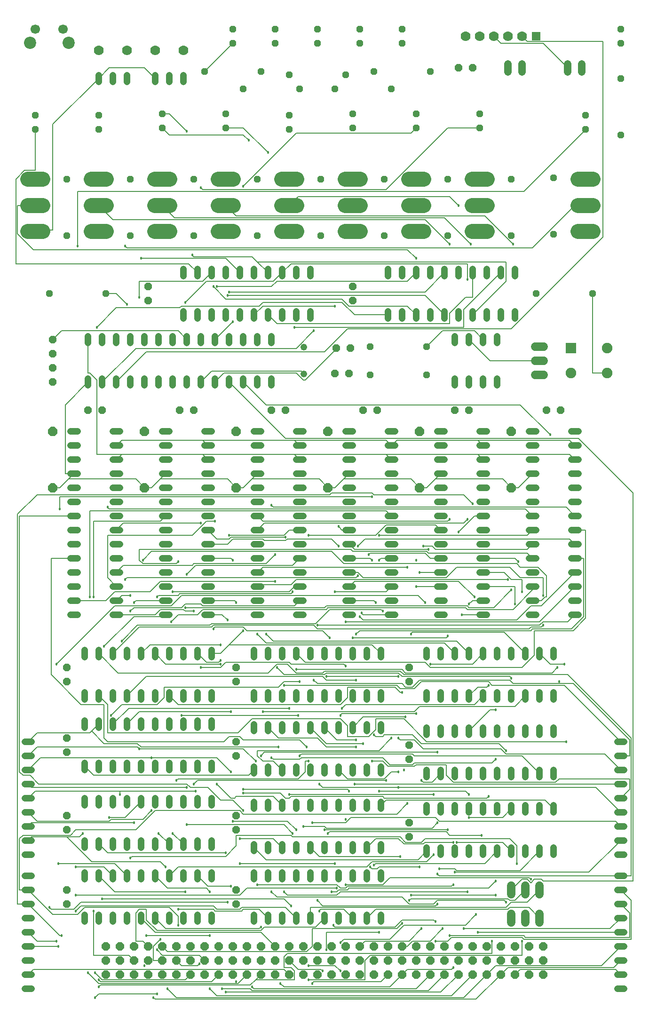
<source format=gbr>
G04 EAGLE Gerber RS-274X export*
G75*
%MOMM*%
%FSLAX34Y34*%
%LPD*%
%INBottom Copper*%
%IPPOS*%
%AMOC8*
5,1,8,0,0,1.08239X$1,22.5*%
G01*
%ADD10C,1.219200*%
%ADD11C,1.219200*%
%ADD12P,1.539592X8X202.500000*%
%ADD13P,1.539592X8X112.500000*%
%ADD14R,1.500000X1.500000*%
%ADD15C,1.778000*%
%ADD16P,1.319650X8X22.500000*%
%ADD17P,1.319650X8X202.500000*%
%ADD18P,1.814519X8X112.500000*%
%ADD19P,1.319650X8X292.500000*%
%ADD20P,1.539592X8X22.500000*%
%ADD21C,1.524000*%
%ADD22P,1.649562X8X292.500000*%
%ADD23C,2.705100*%
%ADD24P,1.319650X8X112.500000*%
%ADD25P,1.539592X8X292.500000*%
%ADD26C,1.371600*%
%ADD27C,2.200000*%
%ADD28C,1.700000*%
%ADD29R,1.905000X1.905000*%
%ADD30C,1.905000*%
%ADD31C,0.127000*%
%ADD32C,0.457200*%


D10*
X890270Y1357630D03*
X890270Y1309370D03*
D11*
X501650Y1301496D02*
X501650Y1289304D01*
X527050Y1289304D02*
X527050Y1301496D01*
X552450Y1301496D02*
X552450Y1289304D01*
X577850Y1289304D02*
X577850Y1301496D01*
X603250Y1301496D02*
X603250Y1289304D01*
X628650Y1289304D02*
X628650Y1301496D01*
X654050Y1301496D02*
X654050Y1289304D01*
X679450Y1289304D02*
X679450Y1301496D01*
X704850Y1301496D02*
X704850Y1289304D01*
X730250Y1289304D02*
X730250Y1301496D01*
X755650Y1301496D02*
X755650Y1289304D01*
X781050Y1289304D02*
X781050Y1301496D01*
X806450Y1301496D02*
X806450Y1289304D01*
X831850Y1289304D02*
X831850Y1301496D01*
X831850Y1365504D02*
X831850Y1377696D01*
X806450Y1377696D02*
X806450Y1365504D01*
X781050Y1365504D02*
X781050Y1377696D01*
X755650Y1377696D02*
X755650Y1365504D01*
X730250Y1365504D02*
X730250Y1377696D01*
X704850Y1377696D02*
X704850Y1365504D01*
X679450Y1365504D02*
X679450Y1377696D01*
X654050Y1377696D02*
X654050Y1365504D01*
X628650Y1365504D02*
X628650Y1377696D01*
X603250Y1377696D02*
X603250Y1365504D01*
X577850Y1365504D02*
X577850Y1377696D01*
X552450Y1377696D02*
X552450Y1365504D01*
X527050Y1365504D02*
X527050Y1377696D01*
X501650Y1377696D02*
X501650Y1365504D01*
D12*
X971550Y1310640D03*
X946150Y1310640D03*
X974090Y1356360D03*
X948690Y1356360D03*
X1193800Y1860550D03*
X1168400Y1860550D03*
D13*
X438150Y1346200D03*
X438150Y1371600D03*
X438150Y1295400D03*
X438150Y1320800D03*
D11*
X1371854Y876300D02*
X1384046Y876300D01*
X1384046Y901700D02*
X1371854Y901700D01*
X1371854Y927100D02*
X1384046Y927100D01*
X1384046Y952500D02*
X1371854Y952500D01*
X1371854Y977900D02*
X1384046Y977900D01*
X1384046Y1003300D02*
X1371854Y1003300D01*
X1371854Y1028700D02*
X1384046Y1028700D01*
X1384046Y1054100D02*
X1371854Y1054100D01*
X1371854Y1079500D02*
X1384046Y1079500D01*
X1384046Y1104900D02*
X1371854Y1104900D01*
X1371854Y1130300D02*
X1384046Y1130300D01*
X1384046Y1155700D02*
X1371854Y1155700D01*
X1371854Y1181100D02*
X1384046Y1181100D01*
X1384046Y1206500D02*
X1371854Y1206500D01*
X1307846Y1206500D02*
X1295654Y1206500D01*
X1295654Y1181100D02*
X1307846Y1181100D01*
X1307846Y1155700D02*
X1295654Y1155700D01*
X1295654Y1130300D02*
X1307846Y1130300D01*
X1307846Y1104900D02*
X1295654Y1104900D01*
X1295654Y1079500D02*
X1307846Y1079500D01*
X1307846Y1054100D02*
X1295654Y1054100D01*
X1295654Y1028700D02*
X1307846Y1028700D01*
X1307846Y1003300D02*
X1295654Y1003300D01*
X1295654Y977900D02*
X1307846Y977900D01*
X1307846Y952500D02*
X1295654Y952500D01*
X1295654Y927100D02*
X1307846Y927100D01*
X1307846Y901700D02*
X1295654Y901700D01*
X1295654Y876300D02*
X1307846Y876300D01*
X888746Y876300D02*
X876554Y876300D01*
X876554Y901700D02*
X888746Y901700D01*
X888746Y927100D02*
X876554Y927100D01*
X876554Y952500D02*
X888746Y952500D01*
X888746Y977900D02*
X876554Y977900D01*
X876554Y1003300D02*
X888746Y1003300D01*
X888746Y1028700D02*
X876554Y1028700D01*
X876554Y1054100D02*
X888746Y1054100D01*
X888746Y1079500D02*
X876554Y1079500D01*
X876554Y1104900D02*
X888746Y1104900D01*
X888746Y1130300D02*
X876554Y1130300D01*
X876554Y1155700D02*
X888746Y1155700D01*
X888746Y1181100D02*
X876554Y1181100D01*
X876554Y1206500D02*
X888746Y1206500D01*
X812546Y1206500D02*
X800354Y1206500D01*
X800354Y1181100D02*
X812546Y1181100D01*
X812546Y1155700D02*
X800354Y1155700D01*
X800354Y1130300D02*
X812546Y1130300D01*
X812546Y1104900D02*
X800354Y1104900D01*
X800354Y1079500D02*
X812546Y1079500D01*
X812546Y1054100D02*
X800354Y1054100D01*
X800354Y1028700D02*
X812546Y1028700D01*
X812546Y1003300D02*
X800354Y1003300D01*
X800354Y977900D02*
X812546Y977900D01*
X812546Y952500D02*
X800354Y952500D01*
X800354Y927100D02*
X812546Y927100D01*
X812546Y901700D02*
X800354Y901700D01*
X800354Y876300D02*
X812546Y876300D01*
X558546Y876300D02*
X546354Y876300D01*
X546354Y901700D02*
X558546Y901700D01*
X558546Y927100D02*
X546354Y927100D01*
X546354Y952500D02*
X558546Y952500D01*
X558546Y977900D02*
X546354Y977900D01*
X546354Y1003300D02*
X558546Y1003300D01*
X558546Y1028700D02*
X546354Y1028700D01*
X546354Y1054100D02*
X558546Y1054100D01*
X558546Y1079500D02*
X546354Y1079500D01*
X546354Y1104900D02*
X558546Y1104900D01*
X558546Y1130300D02*
X546354Y1130300D01*
X546354Y1155700D02*
X558546Y1155700D01*
X558546Y1181100D02*
X546354Y1181100D01*
X546354Y1206500D02*
X558546Y1206500D01*
X482346Y1206500D02*
X470154Y1206500D01*
X470154Y1181100D02*
X482346Y1181100D01*
X482346Y1155700D02*
X470154Y1155700D01*
X470154Y1130300D02*
X482346Y1130300D01*
X482346Y1104900D02*
X470154Y1104900D01*
X470154Y1079500D02*
X482346Y1079500D01*
X482346Y1054100D02*
X470154Y1054100D01*
X470154Y1028700D02*
X482346Y1028700D01*
X482346Y1003300D02*
X470154Y1003300D01*
X470154Y977900D02*
X482346Y977900D01*
X482346Y952500D02*
X470154Y952500D01*
X470154Y927100D02*
X482346Y927100D01*
X482346Y901700D02*
X470154Y901700D01*
X470154Y876300D02*
X482346Y876300D01*
X1162050Y1289304D02*
X1162050Y1301496D01*
X1187450Y1301496D02*
X1187450Y1289304D01*
X1212850Y1289304D02*
X1212850Y1301496D01*
X1238250Y1301496D02*
X1238250Y1289304D01*
X1238250Y1365504D02*
X1238250Y1377696D01*
X1212850Y1377696D02*
X1212850Y1365504D01*
X1187450Y1365504D02*
X1187450Y1377696D01*
X1162050Y1377696D02*
X1162050Y1365504D01*
D14*
X1308100Y1917700D03*
D15*
X1282700Y1917700D03*
X1257300Y1917700D03*
X1231900Y1917700D03*
X1206500Y1917700D03*
X1181100Y1917700D03*
D16*
X1308100Y1454150D03*
X1409700Y1454150D03*
D17*
X1111250Y1358900D03*
X1009650Y1358900D03*
D18*
X933450Y1104900D03*
X933450Y1206500D03*
X603250Y1104900D03*
X603250Y1206500D03*
X1263650Y1104900D03*
X1263650Y1206500D03*
D17*
X1111250Y1308100D03*
X1009650Y1308100D03*
D11*
X1041654Y876300D02*
X1053846Y876300D01*
X1053846Y901700D02*
X1041654Y901700D01*
X1041654Y927100D02*
X1053846Y927100D01*
X1053846Y952500D02*
X1041654Y952500D01*
X1041654Y977900D02*
X1053846Y977900D01*
X1053846Y1003300D02*
X1041654Y1003300D01*
X1041654Y1028700D02*
X1053846Y1028700D01*
X1053846Y1054100D02*
X1041654Y1054100D01*
X1041654Y1079500D02*
X1053846Y1079500D01*
X1053846Y1104900D02*
X1041654Y1104900D01*
X1041654Y1130300D02*
X1053846Y1130300D01*
X1053846Y1155700D02*
X1041654Y1155700D01*
X1041654Y1181100D02*
X1053846Y1181100D01*
X1053846Y1206500D02*
X1041654Y1206500D01*
X977646Y1206500D02*
X965454Y1206500D01*
X965454Y1181100D02*
X977646Y1181100D01*
X977646Y1155700D02*
X965454Y1155700D01*
X965454Y1130300D02*
X977646Y1130300D01*
X977646Y1104900D02*
X965454Y1104900D01*
X965454Y1079500D02*
X977646Y1079500D01*
X977646Y1054100D02*
X965454Y1054100D01*
X965454Y1028700D02*
X977646Y1028700D01*
X977646Y1003300D02*
X965454Y1003300D01*
X965454Y977900D02*
X977646Y977900D01*
X977646Y952500D02*
X965454Y952500D01*
X965454Y927100D02*
X977646Y927100D01*
X977646Y901700D02*
X965454Y901700D01*
X965454Y876300D02*
X977646Y876300D01*
D18*
X1098550Y1104900D03*
X1098550Y1206500D03*
D11*
X723646Y876300D02*
X711454Y876300D01*
X711454Y901700D02*
X723646Y901700D01*
X723646Y927100D02*
X711454Y927100D01*
X711454Y952500D02*
X723646Y952500D01*
X723646Y977900D02*
X711454Y977900D01*
X711454Y1003300D02*
X723646Y1003300D01*
X723646Y1028700D02*
X711454Y1028700D01*
X711454Y1054100D02*
X723646Y1054100D01*
X723646Y1079500D02*
X711454Y1079500D01*
X711454Y1104900D02*
X723646Y1104900D01*
X723646Y1130300D02*
X711454Y1130300D01*
X711454Y1155700D02*
X723646Y1155700D01*
X723646Y1181100D02*
X711454Y1181100D01*
X711454Y1206500D02*
X723646Y1206500D01*
X647446Y1206500D02*
X635254Y1206500D01*
X635254Y1181100D02*
X647446Y1181100D01*
X647446Y1155700D02*
X635254Y1155700D01*
X635254Y1130300D02*
X647446Y1130300D01*
X647446Y1104900D02*
X635254Y1104900D01*
X635254Y1079500D02*
X647446Y1079500D01*
X647446Y1054100D02*
X635254Y1054100D01*
X635254Y1028700D02*
X647446Y1028700D01*
X647446Y1003300D02*
X635254Y1003300D01*
X635254Y977900D02*
X647446Y977900D01*
X647446Y952500D02*
X635254Y952500D01*
X635254Y927100D02*
X647446Y927100D01*
X647446Y901700D02*
X635254Y901700D01*
X635254Y876300D02*
X647446Y876300D01*
D18*
X438150Y1104900D03*
X438150Y1206500D03*
D19*
X762000Y1930400D03*
X762000Y1905000D03*
X990600Y1930400D03*
X990600Y1905000D03*
X838200Y1930400D03*
X838200Y1905000D03*
X1066800Y1930400D03*
X1066800Y1905000D03*
X914400Y1930400D03*
X914400Y1905000D03*
D16*
X863600Y1847850D03*
X965200Y1847850D03*
X781050Y1822450D03*
X882650Y1822450D03*
X711200Y1854200D03*
X812800Y1854200D03*
X946150Y1822450D03*
X1047750Y1822450D03*
X1016000Y1854200D03*
X1117600Y1854200D03*
D20*
X501650Y1244600D03*
X527050Y1244600D03*
X666750Y1244600D03*
X692150Y1244600D03*
X996950Y1244600D03*
X1022350Y1244600D03*
X1162050Y1244600D03*
X1187450Y1244600D03*
X1327150Y1244600D03*
X1352550Y1244600D03*
D11*
X520700Y1835404D02*
X520700Y1847596D01*
X546100Y1847596D02*
X546100Y1835404D01*
X571500Y1835404D02*
X571500Y1847596D01*
D15*
X520700Y1892300D03*
X571500Y1892300D03*
D11*
X622300Y1847596D02*
X622300Y1835404D01*
X647700Y1835404D02*
X647700Y1847596D01*
X673100Y1847596D02*
X673100Y1835404D01*
D15*
X622300Y1892300D03*
X673100Y1892300D03*
D21*
X1306830Y1308100D02*
X1322070Y1308100D01*
X1322070Y1333500D02*
X1306830Y1333500D01*
X1306830Y1358900D02*
X1322070Y1358900D01*
D11*
X1454404Y444500D02*
X1466596Y444500D01*
X1466596Y469900D02*
X1454404Y469900D01*
X1454404Y495300D02*
X1466596Y495300D01*
X1466596Y520700D02*
X1454404Y520700D01*
X1454404Y546100D02*
X1466596Y546100D01*
X1466596Y571500D02*
X1454404Y571500D01*
X1454404Y596900D02*
X1466596Y596900D01*
X1466596Y622300D02*
X1454404Y622300D01*
X1454404Y647700D02*
X1466596Y647700D01*
X1466596Y203200D02*
X1454404Y203200D01*
X1454404Y228600D02*
X1466596Y228600D01*
X1466596Y254000D02*
X1454404Y254000D01*
X1454404Y279400D02*
X1466596Y279400D01*
X1466596Y304800D02*
X1454404Y304800D01*
X1454404Y330200D02*
X1466596Y330200D01*
X1466596Y355600D02*
X1454404Y355600D01*
X1454404Y381000D02*
X1466596Y381000D01*
X1466596Y406400D02*
X1454404Y406400D01*
X399796Y444500D02*
X387604Y444500D01*
X387604Y469900D02*
X399796Y469900D01*
X399796Y495300D02*
X387604Y495300D01*
X387604Y520700D02*
X399796Y520700D01*
X399796Y546100D02*
X387604Y546100D01*
X387604Y571500D02*
X399796Y571500D01*
X399796Y596900D02*
X387604Y596900D01*
X387604Y622300D02*
X399796Y622300D01*
X399796Y647700D02*
X387604Y647700D01*
X387604Y203200D02*
X399796Y203200D01*
X399796Y228600D02*
X387604Y228600D01*
X387604Y254000D02*
X399796Y254000D01*
X399796Y279400D02*
X387604Y279400D01*
X387604Y304800D02*
X399796Y304800D01*
X399796Y330200D02*
X387604Y330200D01*
X387604Y355600D02*
X399796Y355600D01*
X399796Y381000D02*
X387604Y381000D01*
X387604Y406400D02*
X399796Y406400D01*
D22*
X1320800Y228600D03*
X1295400Y228600D03*
X1270000Y228600D03*
X1244600Y228600D03*
X1219200Y228600D03*
X1193800Y228600D03*
X1168400Y228600D03*
X1143000Y228600D03*
X1117600Y228600D03*
X1092200Y228600D03*
X1066800Y228600D03*
X1041400Y228600D03*
X1016000Y228600D03*
X990600Y228600D03*
X965200Y228600D03*
X939800Y228600D03*
X1320800Y254000D03*
X1295400Y254000D03*
X1270000Y254000D03*
X1244600Y254000D03*
X1219200Y254000D03*
X1193800Y254000D03*
X1168400Y254000D03*
X1143000Y254000D03*
X1117600Y254000D03*
X1092200Y254000D03*
X1066800Y254000D03*
X1041400Y254000D03*
X1016000Y254000D03*
X990600Y254000D03*
X965200Y254000D03*
X939800Y254000D03*
X1320800Y279400D03*
X1295400Y279400D03*
X1270000Y279400D03*
X1244600Y279400D03*
X1219200Y279400D03*
X1193800Y279400D03*
X1168400Y279400D03*
X1143000Y279400D03*
X1117600Y279400D03*
X1092200Y279400D03*
X1066800Y279400D03*
X1041400Y279400D03*
X1016000Y279400D03*
X990600Y279400D03*
X965200Y279400D03*
X939800Y279400D03*
X914400Y228600D03*
X889000Y228600D03*
X863600Y228600D03*
X838200Y228600D03*
X812800Y228600D03*
X787400Y228600D03*
X762000Y228600D03*
X736600Y228600D03*
X711200Y228600D03*
X685800Y228600D03*
X660400Y228600D03*
X635000Y228600D03*
X609600Y228600D03*
X584200Y228600D03*
X558800Y228600D03*
X533400Y228600D03*
X914400Y254000D03*
X889000Y254000D03*
X863600Y254000D03*
X838200Y254000D03*
X812800Y254000D03*
X787400Y254000D03*
X762000Y254000D03*
X736600Y254000D03*
X711200Y254000D03*
X685800Y254000D03*
X660400Y254000D03*
X635000Y254000D03*
X609600Y254000D03*
X584200Y254000D03*
X558800Y254000D03*
X533400Y254000D03*
X914400Y279400D03*
X889000Y279400D03*
X863600Y279400D03*
X838200Y279400D03*
X812800Y279400D03*
X787400Y279400D03*
X762000Y279400D03*
X736600Y279400D03*
X711200Y279400D03*
X685800Y279400D03*
X660400Y279400D03*
X635000Y279400D03*
X609600Y279400D03*
X584200Y279400D03*
X558800Y279400D03*
X533400Y279400D03*
D19*
X1460500Y1930400D03*
X1460500Y1905000D03*
X1460500Y1841500D03*
X1460500Y1739900D03*
D11*
X1218946Y876300D02*
X1206754Y876300D01*
X1206754Y901700D02*
X1218946Y901700D01*
X1218946Y927100D02*
X1206754Y927100D01*
X1206754Y952500D02*
X1218946Y952500D01*
X1218946Y977900D02*
X1206754Y977900D01*
X1206754Y1003300D02*
X1218946Y1003300D01*
X1218946Y1028700D02*
X1206754Y1028700D01*
X1206754Y1054100D02*
X1218946Y1054100D01*
X1218946Y1079500D02*
X1206754Y1079500D01*
X1206754Y1104900D02*
X1218946Y1104900D01*
X1218946Y1130300D02*
X1206754Y1130300D01*
X1206754Y1155700D02*
X1218946Y1155700D01*
X1218946Y1181100D02*
X1206754Y1181100D01*
X1206754Y1206500D02*
X1218946Y1206500D01*
X1142746Y1206500D02*
X1130554Y1206500D01*
X1130554Y1181100D02*
X1142746Y1181100D01*
X1142746Y1155700D02*
X1130554Y1155700D01*
X1130554Y1130300D02*
X1142746Y1130300D01*
X1142746Y1104900D02*
X1130554Y1104900D01*
X1130554Y1079500D02*
X1142746Y1079500D01*
X1142746Y1054100D02*
X1130554Y1054100D01*
X1130554Y1028700D02*
X1142746Y1028700D01*
X1142746Y1003300D02*
X1130554Y1003300D01*
X1130554Y977900D02*
X1142746Y977900D01*
X1142746Y952500D02*
X1130554Y952500D01*
X1130554Y927100D02*
X1142746Y927100D01*
X1142746Y901700D02*
X1130554Y901700D01*
X1130554Y876300D02*
X1142746Y876300D01*
D18*
X768350Y1104900D03*
X768350Y1206500D03*
D23*
X419926Y1659890D02*
X392875Y1659890D01*
X392875Y1612900D02*
X419926Y1612900D01*
X419926Y1565910D02*
X392875Y1565910D01*
X507175Y1659890D02*
X534226Y1659890D01*
X534226Y1612900D02*
X507175Y1612900D01*
X507175Y1565910D02*
X534226Y1565910D01*
X621475Y1659890D02*
X648526Y1659890D01*
X648526Y1612900D02*
X621475Y1612900D01*
X621475Y1565910D02*
X648526Y1565910D01*
X735775Y1659890D02*
X762826Y1659890D01*
X762826Y1612900D02*
X735775Y1612900D01*
X735775Y1565910D02*
X762826Y1565910D01*
X850075Y1659890D02*
X877126Y1659890D01*
X877126Y1612900D02*
X850075Y1612900D01*
X850075Y1565910D02*
X877126Y1565910D01*
X964375Y1659890D02*
X991426Y1659890D01*
X991426Y1612900D02*
X964375Y1612900D01*
X964375Y1565910D02*
X991426Y1565910D01*
X1078675Y1659890D02*
X1105726Y1659890D01*
X1105726Y1612900D02*
X1078675Y1612900D01*
X1078675Y1565910D02*
X1105726Y1565910D01*
X1192975Y1659890D02*
X1220026Y1659890D01*
X1220026Y1612900D02*
X1192975Y1612900D01*
X1192975Y1565910D02*
X1220026Y1565910D01*
X1383475Y1659890D02*
X1410526Y1659890D01*
X1410526Y1612900D02*
X1383475Y1612900D01*
X1383475Y1565910D02*
X1410526Y1565910D01*
D24*
X406400Y1750060D03*
X406400Y1775460D03*
X463550Y1558290D03*
X463550Y1659890D03*
X520700Y1750060D03*
X520700Y1775460D03*
X577850Y1558290D03*
X577850Y1659890D03*
X635000Y1752600D03*
X635000Y1778000D03*
X692150Y1558290D03*
X692150Y1659890D03*
X749300Y1752600D03*
X749300Y1778000D03*
X806450Y1558290D03*
X806450Y1659890D03*
X863600Y1750060D03*
X863600Y1775460D03*
X920750Y1558290D03*
X920750Y1659890D03*
X977900Y1752600D03*
X977900Y1778000D03*
X1035050Y1558290D03*
X1035050Y1659890D03*
X1092200Y1752600D03*
X1092200Y1778000D03*
X1149350Y1558290D03*
X1149350Y1659890D03*
X1206500Y1752600D03*
X1206500Y1778000D03*
X1263650Y1558290D03*
X1263650Y1659890D03*
X1397000Y1750060D03*
X1397000Y1775460D03*
X1339850Y1560830D03*
X1339850Y1662430D03*
D11*
X673100Y1422146D02*
X673100Y1409954D01*
X698500Y1409954D02*
X698500Y1422146D01*
X825500Y1422146D02*
X825500Y1409954D01*
X850900Y1409954D02*
X850900Y1422146D01*
X723900Y1422146D02*
X723900Y1409954D01*
X749300Y1409954D02*
X749300Y1422146D01*
X800100Y1422146D02*
X800100Y1409954D01*
X774700Y1409954D02*
X774700Y1422146D01*
X876300Y1422146D02*
X876300Y1409954D01*
X901700Y1409954D02*
X901700Y1422146D01*
X901700Y1486154D02*
X901700Y1498346D01*
X876300Y1498346D02*
X876300Y1486154D01*
X850900Y1486154D02*
X850900Y1498346D01*
X825500Y1498346D02*
X825500Y1486154D01*
X800100Y1486154D02*
X800100Y1498346D01*
X774700Y1498346D02*
X774700Y1486154D01*
X749300Y1486154D02*
X749300Y1498346D01*
X723900Y1498346D02*
X723900Y1486154D01*
X698500Y1486154D02*
X698500Y1498346D01*
X673100Y1498346D02*
X673100Y1486154D01*
X1041400Y1422146D02*
X1041400Y1409954D01*
X1066800Y1409954D02*
X1066800Y1422146D01*
X1193800Y1422146D02*
X1193800Y1409954D01*
X1219200Y1409954D02*
X1219200Y1422146D01*
X1092200Y1422146D02*
X1092200Y1409954D01*
X1117600Y1409954D02*
X1117600Y1422146D01*
X1168400Y1422146D02*
X1168400Y1409954D01*
X1143000Y1409954D02*
X1143000Y1422146D01*
X1244600Y1422146D02*
X1244600Y1409954D01*
X1270000Y1409954D02*
X1270000Y1422146D01*
X1270000Y1486154D02*
X1270000Y1498346D01*
X1244600Y1498346D02*
X1244600Y1486154D01*
X1219200Y1486154D02*
X1219200Y1498346D01*
X1193800Y1498346D02*
X1193800Y1486154D01*
X1168400Y1486154D02*
X1168400Y1498346D01*
X1143000Y1498346D02*
X1143000Y1486154D01*
X1117600Y1486154D02*
X1117600Y1498346D01*
X1092200Y1498346D02*
X1092200Y1486154D01*
X1066800Y1486154D02*
X1066800Y1498346D01*
X1041400Y1498346D02*
X1041400Y1486154D01*
D20*
X831850Y1244600D03*
X857250Y1244600D03*
D25*
X609600Y1466850D03*
X609600Y1441450D03*
X977900Y1466850D03*
X977900Y1441450D03*
D26*
X1390650Y1853692D02*
X1390650Y1867408D01*
X1365250Y1867408D02*
X1365250Y1853692D01*
X1282700Y1853692D02*
X1282700Y1867408D01*
X1257300Y1867408D02*
X1257300Y1853692D01*
D27*
X466800Y1905400D03*
X396800Y1905400D03*
D28*
X456800Y1930400D03*
X406800Y1930400D03*
D29*
X1370850Y1356000D03*
D30*
X1370850Y1311000D03*
X1435850Y1311000D03*
X1435850Y1356000D03*
D17*
X533400Y1454150D03*
X431800Y1454150D03*
D11*
X495300Y736346D02*
X495300Y724154D01*
X520700Y724154D02*
X520700Y736346D01*
X647700Y736346D02*
X647700Y724154D01*
X673100Y724154D02*
X673100Y736346D01*
X546100Y736346D02*
X546100Y724154D01*
X571500Y724154D02*
X571500Y736346D01*
X622300Y736346D02*
X622300Y724154D01*
X596900Y724154D02*
X596900Y736346D01*
X698500Y736346D02*
X698500Y724154D01*
X723900Y724154D02*
X723900Y736346D01*
X723900Y800354D02*
X723900Y812546D01*
X698500Y812546D02*
X698500Y800354D01*
X673100Y800354D02*
X673100Y812546D01*
X647700Y812546D02*
X647700Y800354D01*
X622300Y800354D02*
X622300Y812546D01*
X596900Y812546D02*
X596900Y800354D01*
X571500Y800354D02*
X571500Y812546D01*
X546100Y812546D02*
X546100Y800354D01*
X520700Y800354D02*
X520700Y812546D01*
X495300Y812546D02*
X495300Y800354D01*
X495300Y609346D02*
X495300Y597154D01*
X520700Y597154D02*
X520700Y609346D01*
X647700Y609346D02*
X647700Y597154D01*
X673100Y597154D02*
X673100Y609346D01*
X546100Y609346D02*
X546100Y597154D01*
X571500Y597154D02*
X571500Y609346D01*
X622300Y609346D02*
X622300Y597154D01*
X596900Y597154D02*
X596900Y609346D01*
X698500Y609346D02*
X698500Y597154D01*
X723900Y597154D02*
X723900Y609346D01*
X723900Y673354D02*
X723900Y685546D01*
X698500Y685546D02*
X698500Y673354D01*
X673100Y673354D02*
X673100Y685546D01*
X647700Y685546D02*
X647700Y673354D01*
X622300Y673354D02*
X622300Y685546D01*
X596900Y685546D02*
X596900Y673354D01*
X571500Y673354D02*
X571500Y685546D01*
X546100Y685546D02*
X546100Y673354D01*
X520700Y673354D02*
X520700Y685546D01*
X495300Y685546D02*
X495300Y673354D01*
X495300Y469646D02*
X495300Y457454D01*
X520700Y457454D02*
X520700Y469646D01*
X647700Y469646D02*
X647700Y457454D01*
X673100Y457454D02*
X673100Y469646D01*
X546100Y469646D02*
X546100Y457454D01*
X571500Y457454D02*
X571500Y469646D01*
X622300Y469646D02*
X622300Y457454D01*
X596900Y457454D02*
X596900Y469646D01*
X698500Y469646D02*
X698500Y457454D01*
X723900Y457454D02*
X723900Y469646D01*
X723900Y533654D02*
X723900Y545846D01*
X698500Y545846D02*
X698500Y533654D01*
X673100Y533654D02*
X673100Y545846D01*
X647700Y545846D02*
X647700Y533654D01*
X622300Y533654D02*
X622300Y545846D01*
X596900Y545846D02*
X596900Y533654D01*
X571500Y533654D02*
X571500Y545846D01*
X546100Y545846D02*
X546100Y533654D01*
X520700Y533654D02*
X520700Y545846D01*
X495300Y545846D02*
X495300Y533654D01*
X495300Y336296D02*
X495300Y324104D01*
X520700Y324104D02*
X520700Y336296D01*
X647700Y336296D02*
X647700Y324104D01*
X673100Y324104D02*
X673100Y336296D01*
X546100Y336296D02*
X546100Y324104D01*
X571500Y324104D02*
X571500Y336296D01*
X622300Y336296D02*
X622300Y324104D01*
X596900Y324104D02*
X596900Y336296D01*
X698500Y336296D02*
X698500Y324104D01*
X723900Y324104D02*
X723900Y336296D01*
X723900Y400304D02*
X723900Y412496D01*
X698500Y412496D02*
X698500Y400304D01*
X673100Y400304D02*
X673100Y412496D01*
X647700Y412496D02*
X647700Y400304D01*
X622300Y400304D02*
X622300Y412496D01*
X596900Y412496D02*
X596900Y400304D01*
X571500Y400304D02*
X571500Y412496D01*
X546100Y412496D02*
X546100Y400304D01*
X520700Y400304D02*
X520700Y412496D01*
X495300Y412496D02*
X495300Y400304D01*
X800100Y724154D02*
X800100Y736346D01*
X825500Y736346D02*
X825500Y724154D01*
X952500Y724154D02*
X952500Y736346D01*
X977900Y736346D02*
X977900Y724154D01*
X850900Y724154D02*
X850900Y736346D01*
X876300Y736346D02*
X876300Y724154D01*
X927100Y724154D02*
X927100Y736346D01*
X901700Y736346D02*
X901700Y724154D01*
X1003300Y724154D02*
X1003300Y736346D01*
X1028700Y736346D02*
X1028700Y724154D01*
X1028700Y800354D02*
X1028700Y812546D01*
X1003300Y812546D02*
X1003300Y800354D01*
X977900Y800354D02*
X977900Y812546D01*
X952500Y812546D02*
X952500Y800354D01*
X927100Y800354D02*
X927100Y812546D01*
X901700Y812546D02*
X901700Y800354D01*
X876300Y800354D02*
X876300Y812546D01*
X850900Y812546D02*
X850900Y800354D01*
X825500Y800354D02*
X825500Y812546D01*
X800100Y812546D02*
X800100Y800354D01*
X800100Y602996D02*
X800100Y590804D01*
X825500Y590804D02*
X825500Y602996D01*
X952500Y602996D02*
X952500Y590804D01*
X977900Y590804D02*
X977900Y602996D01*
X850900Y602996D02*
X850900Y590804D01*
X876300Y590804D02*
X876300Y602996D01*
X927100Y602996D02*
X927100Y590804D01*
X901700Y590804D02*
X901700Y602996D01*
X1003300Y602996D02*
X1003300Y590804D01*
X1028700Y590804D02*
X1028700Y602996D01*
X1028700Y667004D02*
X1028700Y679196D01*
X1003300Y679196D02*
X1003300Y667004D01*
X977900Y667004D02*
X977900Y679196D01*
X952500Y679196D02*
X952500Y667004D01*
X927100Y667004D02*
X927100Y679196D01*
X901700Y679196D02*
X901700Y667004D01*
X876300Y667004D02*
X876300Y679196D01*
X850900Y679196D02*
X850900Y667004D01*
X825500Y667004D02*
X825500Y679196D01*
X800100Y679196D02*
X800100Y667004D01*
X800100Y463296D02*
X800100Y451104D01*
X825500Y451104D02*
X825500Y463296D01*
X952500Y463296D02*
X952500Y451104D01*
X977900Y451104D02*
X977900Y463296D01*
X850900Y463296D02*
X850900Y451104D01*
X876300Y451104D02*
X876300Y463296D01*
X927100Y463296D02*
X927100Y451104D01*
X901700Y451104D02*
X901700Y463296D01*
X1003300Y463296D02*
X1003300Y451104D01*
X1028700Y451104D02*
X1028700Y463296D01*
X1028700Y527304D02*
X1028700Y539496D01*
X1003300Y539496D02*
X1003300Y527304D01*
X977900Y527304D02*
X977900Y539496D01*
X952500Y539496D02*
X952500Y527304D01*
X927100Y527304D02*
X927100Y539496D01*
X901700Y539496D02*
X901700Y527304D01*
X876300Y527304D02*
X876300Y539496D01*
X850900Y539496D02*
X850900Y527304D01*
X825500Y527304D02*
X825500Y539496D01*
X800100Y539496D02*
X800100Y527304D01*
X800100Y336296D02*
X800100Y324104D01*
X825500Y324104D02*
X825500Y336296D01*
X952500Y336296D02*
X952500Y324104D01*
X977900Y324104D02*
X977900Y336296D01*
X850900Y336296D02*
X850900Y324104D01*
X876300Y324104D02*
X876300Y336296D01*
X927100Y336296D02*
X927100Y324104D01*
X901700Y324104D02*
X901700Y336296D01*
X1003300Y336296D02*
X1003300Y324104D01*
X1028700Y324104D02*
X1028700Y336296D01*
X1028700Y400304D02*
X1028700Y412496D01*
X1003300Y412496D02*
X1003300Y400304D01*
X977900Y400304D02*
X977900Y412496D01*
X952500Y412496D02*
X952500Y400304D01*
X927100Y400304D02*
X927100Y412496D01*
X901700Y412496D02*
X901700Y400304D01*
X876300Y400304D02*
X876300Y412496D01*
X850900Y412496D02*
X850900Y400304D01*
X825500Y400304D02*
X825500Y412496D01*
X800100Y412496D02*
X800100Y400304D01*
X1111250Y724154D02*
X1111250Y736346D01*
X1136650Y736346D02*
X1136650Y724154D01*
X1263650Y724154D02*
X1263650Y736346D01*
X1289050Y736346D02*
X1289050Y724154D01*
X1162050Y724154D02*
X1162050Y736346D01*
X1187450Y736346D02*
X1187450Y724154D01*
X1238250Y724154D02*
X1238250Y736346D01*
X1212850Y736346D02*
X1212850Y724154D01*
X1314450Y724154D02*
X1314450Y736346D01*
X1339850Y736346D02*
X1339850Y724154D01*
X1339850Y800354D02*
X1339850Y812546D01*
X1314450Y812546D02*
X1314450Y800354D01*
X1289050Y800354D02*
X1289050Y812546D01*
X1263650Y812546D02*
X1263650Y800354D01*
X1238250Y800354D02*
X1238250Y812546D01*
X1212850Y812546D02*
X1212850Y800354D01*
X1187450Y800354D02*
X1187450Y812546D01*
X1162050Y812546D02*
X1162050Y800354D01*
X1136650Y800354D02*
X1136650Y812546D01*
X1111250Y812546D02*
X1111250Y800354D01*
X1111250Y596646D02*
X1111250Y584454D01*
X1136650Y584454D02*
X1136650Y596646D01*
X1263650Y596646D02*
X1263650Y584454D01*
X1289050Y584454D02*
X1289050Y596646D01*
X1162050Y596646D02*
X1162050Y584454D01*
X1187450Y584454D02*
X1187450Y596646D01*
X1238250Y596646D02*
X1238250Y584454D01*
X1212850Y584454D02*
X1212850Y596646D01*
X1314450Y596646D02*
X1314450Y584454D01*
X1339850Y584454D02*
X1339850Y596646D01*
X1339850Y660654D02*
X1339850Y672846D01*
X1314450Y672846D02*
X1314450Y660654D01*
X1289050Y660654D02*
X1289050Y672846D01*
X1263650Y672846D02*
X1263650Y660654D01*
X1238250Y660654D02*
X1238250Y672846D01*
X1212850Y672846D02*
X1212850Y660654D01*
X1187450Y660654D02*
X1187450Y672846D01*
X1162050Y672846D02*
X1162050Y660654D01*
X1136650Y660654D02*
X1136650Y672846D01*
X1111250Y672846D02*
X1111250Y660654D01*
X1111250Y456946D02*
X1111250Y444754D01*
X1136650Y444754D02*
X1136650Y456946D01*
X1263650Y456946D02*
X1263650Y444754D01*
X1289050Y444754D02*
X1289050Y456946D01*
X1162050Y456946D02*
X1162050Y444754D01*
X1187450Y444754D02*
X1187450Y456946D01*
X1238250Y456946D02*
X1238250Y444754D01*
X1212850Y444754D02*
X1212850Y456946D01*
X1314450Y456946D02*
X1314450Y444754D01*
X1339850Y444754D02*
X1339850Y456946D01*
X1339850Y520954D02*
X1339850Y533146D01*
X1314450Y533146D02*
X1314450Y520954D01*
X1289050Y520954D02*
X1289050Y533146D01*
X1263650Y533146D02*
X1263650Y520954D01*
X1238250Y520954D02*
X1238250Y533146D01*
X1212850Y533146D02*
X1212850Y520954D01*
X1187450Y520954D02*
X1187450Y533146D01*
X1162050Y533146D02*
X1162050Y520954D01*
X1136650Y520954D02*
X1136650Y533146D01*
X1111250Y533146D02*
X1111250Y520954D01*
D13*
X1079500Y476250D03*
X1079500Y501650D03*
X768350Y755650D03*
X768350Y781050D03*
X768350Y622300D03*
X768350Y647700D03*
X768350Y488950D03*
X768350Y514350D03*
X768350Y355600D03*
X768350Y381000D03*
X463550Y355600D03*
X463550Y381000D03*
X463550Y488950D03*
X463550Y514350D03*
D25*
X463550Y654050D03*
X463550Y628650D03*
D13*
X463550Y755650D03*
X463550Y781050D03*
X1079500Y755650D03*
X1079500Y781050D03*
X1079500Y615950D03*
X1079500Y641350D03*
D21*
X1263650Y388620D02*
X1263650Y373380D01*
X1289050Y373380D02*
X1289050Y388620D01*
X1314450Y388620D02*
X1314450Y373380D01*
X1263650Y337820D02*
X1263650Y322580D01*
X1289050Y322580D02*
X1289050Y337820D01*
X1314450Y337820D02*
X1314450Y322580D01*
D31*
X1450975Y238125D02*
X1460500Y228600D01*
X1450975Y238125D02*
X1279525Y238125D01*
X1270000Y228600D01*
X536575Y714375D02*
X520700Y730250D01*
X536575Y714375D02*
X536575Y663575D01*
X771525Y663575D01*
X796925Y688975D01*
X955675Y688975D01*
X968375Y676275D01*
X968375Y657225D01*
X1006475Y657225D01*
X1019175Y669925D01*
X1019175Y688975D01*
X1069975Y688975D01*
X1111250Y647700D01*
X1362075Y647700D01*
D32*
X1362075Y647700D03*
D31*
X622300Y184150D02*
X619125Y187325D01*
X622300Y184150D02*
X1200150Y184150D01*
X1244600Y228600D01*
X1447800Y241300D02*
X1460500Y254000D01*
X1447800Y241300D02*
X1257300Y241300D01*
X1244600Y228600D01*
D32*
X619125Y187325D03*
D31*
X720725Y203200D02*
X733425Y190500D01*
X1155700Y190500D01*
X1193800Y228600D01*
X1203325Y304800D02*
X1460500Y304800D01*
D32*
X720725Y203200D03*
X1203325Y304800D03*
D31*
X714375Y790575D02*
X698500Y806450D01*
X714375Y790575D02*
X736600Y790575D01*
X739775Y793750D01*
X749300Y196850D02*
X1136650Y196850D01*
X1168400Y228600D01*
X1441450Y311150D02*
X1460500Y330200D01*
X1441450Y311150D02*
X1177925Y311150D01*
D32*
X739775Y793750D03*
X749300Y196850D03*
X1177925Y311150D03*
D31*
X641350Y787400D02*
X622300Y806450D01*
X641350Y787400D02*
X739775Y787400D01*
X742950Y203200D02*
X793750Y203200D01*
X796925Y200025D01*
X1114425Y200025D01*
X1143000Y228600D01*
X1460500Y355600D02*
X1476375Y339725D01*
X1476375Y295275D01*
X1289050Y295275D01*
X1285875Y298450D01*
X1152525Y298450D01*
D32*
X739775Y787400D03*
X742950Y203200D03*
X1152525Y298450D03*
D31*
X612775Y822325D02*
X596900Y806450D01*
X612775Y822325D02*
X739775Y822325D01*
X796925Y206375D02*
X800100Y203200D01*
X1092200Y203200D01*
X1117600Y228600D01*
X1460500Y381000D02*
X1479550Y361950D01*
X1479550Y292100D01*
X1285875Y292100D01*
X1282700Y295275D01*
X1155700Y295275D01*
X1149350Y288925D01*
X1127125Y288925D01*
D32*
X739775Y822325D03*
X796925Y206375D03*
X1127125Y288925D03*
D31*
X555625Y771525D02*
X520700Y806450D01*
X555625Y771525D02*
X825500Y771525D01*
X841375Y787400D01*
X860425Y787400D01*
X876300Y771525D01*
X923925Y771525D01*
X927100Y774700D01*
X1063625Y774700D01*
X1069975Y768350D01*
X1365250Y768350D01*
X1479550Y654050D01*
X1479550Y406400D01*
X1460500Y406400D01*
X1133475Y406400D02*
X1130300Y409575D01*
X1133475Y406400D02*
X1460500Y406400D01*
D32*
X1130300Y409575D03*
D31*
X854075Y206375D02*
X847725Y212725D01*
X854075Y206375D02*
X1044575Y206375D01*
X1066800Y228600D01*
X1403350Y412750D02*
X1460500Y469900D01*
X1403350Y412750D02*
X1162050Y412750D01*
X1158875Y241300D02*
X1155700Y238125D01*
X1076325Y238125D01*
X1066800Y228600D01*
D32*
X847725Y212725D03*
X1162050Y412750D03*
X1158875Y241300D03*
D31*
X908050Y215900D02*
X904875Y212725D01*
X908050Y215900D02*
X1028700Y215900D01*
X1041400Y228600D01*
X1450975Y504825D02*
X1460500Y495300D01*
X1450975Y504825D02*
X1133475Y504825D01*
X1127125Y511175D01*
X974725Y511175D01*
X965200Y501650D01*
X904875Y501650D01*
D32*
X904875Y212725D03*
X904875Y501650D03*
D31*
X923925Y565150D02*
X917575Y571500D01*
X1060450Y565150D02*
X1416050Y565150D01*
X1060450Y565150D02*
X923925Y565150D01*
X1416050Y565150D02*
X1460500Y520700D01*
D32*
X917575Y571500D03*
X1060450Y565150D03*
D31*
X1460500Y546100D02*
X1476375Y561975D01*
X1476375Y581025D01*
X1349375Y581025D01*
X1343025Y574675D01*
X1158875Y574675D01*
X1146175Y587375D01*
X1146175Y606425D01*
X1092200Y606425D01*
X1089025Y603250D01*
X1041400Y603250D01*
X1031875Y612775D01*
X1012825Y612775D01*
D32*
X1012825Y612775D03*
D31*
X981075Y571500D02*
X1460500Y571500D01*
D32*
X981075Y571500D03*
X965200Y508000D03*
D31*
X930275Y765175D02*
X1060450Y765175D01*
X1060450Y654050D02*
X1063625Y650875D01*
X1089025Y650875D01*
X1104900Y635000D01*
X1244600Y635000D01*
X1254125Y625475D01*
X1431925Y625475D01*
X1460500Y596900D01*
X930275Y304800D02*
X930275Y273050D01*
X930275Y304800D02*
X1025525Y304800D01*
D32*
X930275Y765175D03*
X1060450Y765175D03*
X1060450Y654050D03*
X930275Y273050D03*
X1025525Y304800D03*
D31*
X914400Y752475D02*
X908050Y758825D01*
X914400Y752475D02*
X1066800Y752475D01*
X1073150Y746125D01*
X1085850Y746125D01*
X1098550Y758825D01*
X1260475Y758825D01*
X1266825Y752475D01*
X1349375Y752475D02*
X1374775Y752475D01*
X1349375Y752475D02*
X1266825Y752475D01*
X1374775Y752475D02*
X1476375Y650875D01*
X1476375Y622300D01*
X1460500Y622300D01*
X1349375Y752475D02*
X1349375Y755650D01*
D32*
X908050Y758825D03*
X1349375Y755650D03*
D31*
X1358900Y749300D02*
X1460500Y647700D01*
X1358900Y749300D02*
X1228725Y749300D01*
X1222375Y755650D01*
X1101725Y755650D01*
X1089025Y742950D01*
X1063625Y742950D01*
X1057275Y749300D01*
X854075Y749300D01*
D32*
X854075Y749300D03*
D31*
X403225Y238125D02*
X393700Y228600D01*
X403225Y238125D02*
X854075Y238125D01*
X863600Y228600D01*
X863600Y552450D02*
X1123950Y552450D01*
D32*
X1123950Y552450D03*
X863600Y552450D03*
D31*
X434975Y346075D02*
X431800Y349250D01*
X434975Y346075D02*
X476250Y346075D01*
X488950Y358775D01*
X752475Y358775D01*
X1196975Y714375D02*
X1212850Y730250D01*
X1196975Y714375D02*
X965200Y714375D01*
X958850Y708025D01*
X946150Y428625D02*
X774700Y428625D01*
D32*
X431800Y349250D03*
X752475Y358775D03*
X958850Y708025D03*
X946150Y428625D03*
X774700Y428625D03*
D31*
X447675Y279400D02*
X393700Y279400D01*
X520700Y206375D02*
X523875Y209550D01*
X793750Y209550D01*
X803275Y219075D02*
X812800Y228600D01*
X803275Y219075D02*
X793750Y209550D01*
X1228725Y266700D02*
X1228725Y288925D01*
X1228725Y266700D02*
X860425Y266700D01*
X854075Y260350D01*
X854075Y241300D01*
X866775Y241300D01*
X873125Y234950D01*
X873125Y219075D01*
X803275Y219075D01*
D32*
X447675Y279400D03*
X520700Y206375D03*
X1228725Y288925D03*
D31*
X409575Y288925D02*
X393700Y304800D01*
X409575Y288925D02*
X444500Y288925D01*
X501650Y231775D02*
X520700Y212725D01*
X768350Y212725D02*
X771525Y212725D01*
X768350Y212725D02*
X520700Y212725D01*
X771525Y212725D02*
X787400Y228600D01*
X1282700Y263525D02*
X1282700Y288925D01*
X1282700Y263525D02*
X1009650Y263525D01*
X1000125Y254000D01*
X1000125Y219075D01*
X898525Y219075D01*
X768350Y215900D02*
X768350Y212725D01*
D32*
X444500Y288925D03*
X501650Y231775D03*
X1282700Y288925D03*
X898525Y219075D03*
X768350Y215900D03*
D31*
X520700Y193675D02*
X514350Y187325D01*
X520700Y193675D02*
X625475Y193675D01*
X1314450Y806450D02*
X1333500Y787400D01*
X1358900Y787400D01*
D32*
X514350Y187325D03*
X625475Y193675D03*
X1358900Y787400D03*
D31*
X450850Y298450D02*
X393700Y355600D01*
X450850Y298450D02*
X454025Y298450D01*
X520700Y219075D02*
X523875Y215900D01*
X723900Y215900D01*
X736600Y228600D01*
X1193800Y1076325D02*
X1177925Y1092200D01*
X1016000Y1092200D01*
X1012825Y1095375D01*
X939800Y1095375D01*
X936625Y1092200D01*
X409575Y1092200D01*
X374650Y1057275D01*
X374650Y355600D01*
X393700Y355600D01*
D32*
X454025Y298450D03*
X520700Y219075D03*
X1193800Y1076325D03*
D31*
X438150Y336550D02*
X393700Y381000D01*
X438150Y336550D02*
X482600Y336550D01*
X495300Y349250D01*
X647700Y349250D01*
X663575Y333375D01*
X663575Y317500D01*
X1193800Y787400D02*
X1212850Y806450D01*
X1193800Y787400D02*
X1117600Y787400D01*
X1076325Y536575D02*
X1057275Y517525D01*
X781050Y517525D01*
X774700Y523875D01*
X622300Y523875D01*
X587375Y488950D01*
X479425Y488950D01*
X469900Y479425D01*
X384175Y479425D01*
X377825Y473075D01*
X377825Y381000D01*
X393700Y381000D01*
D32*
X663575Y317500D03*
X1117600Y787400D03*
X1076325Y536575D03*
D31*
X1111250Y1358900D02*
X1139825Y1387475D01*
X1196975Y1387475D01*
X1212850Y1371600D01*
X561975Y1165225D02*
X552450Y1155700D01*
X561975Y1165225D02*
X708025Y1165225D01*
X717550Y1155700D01*
X501650Y1311275D02*
X501650Y1371600D01*
X501650Y1311275D02*
X504825Y1311275D01*
X517525Y1298575D01*
X517525Y1165225D01*
X561975Y1165225D01*
X873125Y1165225D02*
X882650Y1155700D01*
X873125Y1165225D02*
X708025Y1165225D01*
X1038225Y1165225D02*
X1047750Y1155700D01*
X1038225Y1165225D02*
X873125Y1165225D01*
X1203325Y1165225D02*
X1212850Y1155700D01*
X1203325Y1165225D02*
X1038225Y1165225D01*
X1368425Y1165225D02*
X1377950Y1155700D01*
X1368425Y1165225D02*
X1203325Y1165225D01*
X1212850Y1181100D02*
X1203325Y1190625D01*
X1057275Y1190625D01*
X1047750Y1181100D01*
X1368425Y1190625D02*
X1377950Y1181100D01*
X1368425Y1190625D02*
X1203325Y1190625D01*
X561975Y1190625D02*
X552450Y1181100D01*
X561975Y1190625D02*
X708025Y1190625D01*
X717550Y1181100D01*
X873125Y1190625D02*
X882650Y1181100D01*
X873125Y1190625D02*
X708025Y1190625D01*
X1038225Y1190625D02*
X1047750Y1181100D01*
X1038225Y1190625D02*
X873125Y1190625D01*
X723900Y1314450D02*
X704850Y1295400D01*
X723900Y1314450D02*
X885825Y1314450D01*
X889000Y1311275D01*
X890270Y1309370D01*
X746125Y1311275D02*
X730250Y1295400D01*
X746125Y1311275D02*
X876300Y1311275D01*
X889000Y1298575D01*
X892175Y1298575D01*
X949325Y1355725D01*
X948690Y1356360D01*
X520700Y1841500D02*
X539750Y1860550D01*
X603250Y1860550D01*
X622300Y1841500D01*
X520700Y1841500D02*
X438150Y1758950D01*
X438150Y1568450D01*
X406400Y1568450D01*
X406400Y1565910D01*
X587375Y1355725D02*
X527050Y1295400D01*
X587375Y1355725D02*
X876300Y1355725D01*
X908050Y1387475D01*
D32*
X908050Y1387475D03*
D31*
X606425Y1349375D02*
X552450Y1295400D01*
X606425Y1349375D02*
X927100Y1349375D01*
X968375Y1390650D01*
X1263650Y1390650D01*
X1428750Y1555750D01*
X1428750Y1908175D01*
X1292225Y1908175D01*
X1282700Y1917700D01*
X1409700Y1454150D02*
X1409700Y1311275D01*
X1435100Y1311275D01*
X1435850Y1311000D01*
X1301750Y1130300D02*
X1276350Y1104900D01*
X1263650Y1104900D01*
X1127125Y1120775D02*
X1111250Y1104900D01*
X1127125Y1120775D02*
X1136650Y1130300D01*
X1111250Y1104900D02*
X1098550Y1104900D01*
X962025Y1120775D02*
X946150Y1104900D01*
X962025Y1120775D02*
X971550Y1130300D01*
X946150Y1104900D02*
X933450Y1104900D01*
X796925Y1120775D02*
X781050Y1104900D01*
X796925Y1120775D02*
X806450Y1130300D01*
X781050Y1104900D02*
X768350Y1104900D01*
X631825Y1120775D02*
X615950Y1104900D01*
X631825Y1120775D02*
X641350Y1130300D01*
X615950Y1104900D02*
X603250Y1104900D01*
X466725Y1120775D02*
X450850Y1104900D01*
X466725Y1120775D02*
X476250Y1130300D01*
X450850Y1104900D02*
X438150Y1104900D01*
X460375Y1254125D02*
X501650Y1295400D01*
X460375Y1254125D02*
X460375Y1130300D01*
X476250Y1130300D01*
X587375Y1120775D02*
X603250Y1104900D01*
X587375Y1120775D02*
X466725Y1120775D01*
X752475Y1120775D02*
X768350Y1104900D01*
X752475Y1120775D02*
X631825Y1120775D01*
X917575Y1120775D02*
X933450Y1104900D01*
X917575Y1120775D02*
X796925Y1120775D01*
X1082675Y1120775D02*
X1098550Y1104900D01*
X1082675Y1120775D02*
X962025Y1120775D01*
X1247775Y1120775D02*
X1263650Y1104900D01*
X1247775Y1120775D02*
X1127125Y1120775D01*
X679450Y1371600D02*
X663575Y1387475D01*
X454025Y1387475D01*
X438150Y1371600D01*
X400050Y501650D02*
X393700Y495300D01*
X400050Y501650D02*
X584200Y501650D01*
D32*
X584200Y501650D03*
X603250Y244475D03*
D31*
X600075Y508000D02*
X615950Y523875D01*
X600075Y508000D02*
X542925Y508000D01*
X539750Y504825D01*
X409575Y504825D01*
X393700Y520700D01*
D32*
X615950Y523875D03*
D31*
X406400Y558800D02*
X393700Y546100D01*
X558800Y558800D02*
X695325Y558800D01*
X558800Y558800D02*
X406400Y558800D01*
X558800Y558800D02*
X558800Y552450D01*
D32*
X695325Y558800D03*
X558800Y552450D03*
D31*
X400050Y565150D02*
X393700Y571500D01*
X400050Y565150D02*
X679450Y565150D01*
X946150Y244475D02*
X955675Y234950D01*
X946150Y244475D02*
X898525Y244475D01*
X869950Y482600D02*
X854075Y498475D01*
X679450Y498475D01*
D32*
X679450Y565150D03*
X955675Y234950D03*
X898525Y244475D03*
X869950Y482600D03*
X679450Y498475D03*
D31*
X415925Y619125D02*
X393700Y596900D01*
X415925Y619125D02*
X615950Y619125D01*
X1219200Y546100D02*
X1222375Y549275D01*
X1219200Y546100D02*
X1035050Y546100D01*
X1031875Y549275D01*
X866775Y549275D01*
X863600Y546100D01*
X857250Y546100D01*
X847725Y555625D01*
X781050Y555625D01*
X758825Y593725D02*
X733425Y619125D01*
X615950Y619125D01*
D32*
X615950Y619125D03*
X1222375Y549275D03*
X781050Y555625D03*
X758825Y593725D03*
D31*
X409575Y638175D02*
X393700Y622300D01*
X409575Y638175D02*
X590550Y638175D01*
X593725Y635000D01*
X1155700Y387350D02*
X1158875Y390525D01*
X1155700Y387350D02*
X968375Y387350D01*
X965200Y384175D01*
X955675Y384175D01*
X949325Y390525D01*
X806450Y390525D01*
X803275Y612775D02*
X781050Y635000D01*
X593725Y635000D01*
D32*
X593725Y635000D03*
X1158875Y390525D03*
X806450Y390525D03*
X803275Y612775D03*
D31*
X409575Y663575D02*
X393700Y647700D01*
X409575Y663575D02*
X504825Y663575D01*
X508000Y666750D02*
X520700Y679450D01*
X508000Y666750D02*
X504825Y663575D01*
X955675Y377825D02*
X1184275Y377825D01*
X955675Y377825D02*
X949325Y371475D01*
X860425Y371475D01*
X854075Y377825D01*
X844550Y638175D02*
X596900Y638175D01*
X590550Y644525D01*
X530225Y644525D01*
X508000Y666750D01*
D32*
X1184275Y377825D03*
X854075Y377825D03*
X844550Y638175D03*
D31*
X730250Y1371600D02*
X762000Y1403350D01*
D32*
X762000Y1403350D03*
D31*
X711200Y1854200D02*
X762000Y1905000D01*
X1187450Y1371600D02*
X1225550Y1333500D01*
X1314450Y1333500D01*
X914400Y361950D02*
X923925Y352425D01*
X1127125Y352425D01*
X1130300Y355600D01*
D32*
X914400Y361950D03*
X1130300Y355600D03*
D31*
X946150Y314325D02*
X942975Y317500D01*
X946150Y314325D02*
X1054100Y314325D01*
X1066800Y327025D01*
X1123950Y327025D01*
X1127125Y323850D01*
D32*
X942975Y317500D03*
X1127125Y323850D03*
D31*
X1012825Y419100D02*
X1009650Y422275D01*
X1012825Y419100D02*
X1022350Y419100D01*
X1025525Y422275D01*
X1098550Y422275D01*
D32*
X1009650Y422275D03*
X1098550Y422275D03*
X1069975Y596900D03*
D31*
X949325Y650875D02*
X927100Y673100D01*
X949325Y650875D02*
X984250Y650875D01*
D32*
X984250Y650875D03*
D31*
X930275Y644525D02*
X901700Y673100D01*
X930275Y644525D02*
X996950Y644525D01*
D32*
X996950Y644525D03*
D31*
X844550Y654050D02*
X825500Y673100D01*
X844550Y654050D02*
X914400Y654050D01*
X930275Y638175D01*
X984250Y638175D01*
D32*
X984250Y638175D03*
D31*
X1120775Y574675D02*
X1136650Y590550D01*
X1120775Y574675D02*
X1104900Y574675D01*
X1101725Y577850D01*
D32*
X1101725Y577850D03*
D31*
X1200150Y336550D02*
X1181100Y317500D01*
X1069975Y317500D01*
X1044575Y292100D01*
X962025Y292100D01*
X955675Y285750D01*
D32*
X1200150Y336550D03*
X955675Y285750D03*
D31*
X1222375Y384175D02*
X1235075Y396875D01*
X1222375Y384175D02*
X971550Y384175D01*
X968375Y381000D01*
X952500Y381000D01*
X949325Y377825D01*
X939800Y377825D01*
D32*
X1235075Y396875D03*
X939800Y377825D03*
D31*
X1282700Y622300D02*
X1314450Y590550D01*
X1282700Y622300D02*
X1089025Y622300D01*
X1085850Y625475D01*
X885825Y625475D01*
X882650Y622300D01*
D32*
X882650Y622300D03*
D31*
X920750Y238125D02*
X923925Y234950D01*
X920750Y238125D02*
X879475Y238125D01*
X863600Y254000D01*
D32*
X923925Y234950D03*
D31*
X1228725Y609600D02*
X1235075Y615950D01*
X1228725Y609600D02*
X1089025Y609600D01*
X1085850Y606425D01*
X1044575Y606425D01*
X1031875Y619125D01*
X885825Y619125D01*
X882650Y615950D01*
X835025Y615950D01*
X831850Y619125D01*
D32*
X1235075Y615950D03*
X831850Y619125D03*
D31*
X536575Y447675D02*
X520700Y463550D01*
X536575Y447675D02*
X749300Y447675D01*
D32*
X749300Y447675D03*
D31*
X720725Y298450D02*
X606425Y298450D01*
D32*
X606425Y298450D03*
X720725Y298450D03*
D31*
X635000Y263525D02*
X625475Y273050D01*
X635000Y263525D02*
X701675Y263525D01*
X711200Y254000D01*
D32*
X625475Y273050D03*
D31*
X698500Y244475D02*
X701675Y247650D01*
X698500Y244475D02*
X669925Y244475D01*
X660400Y254000D01*
D32*
X701675Y247650D03*
D31*
X631825Y292100D02*
X619125Y279400D01*
X619125Y254000D01*
X635000Y254000D01*
D32*
X631825Y292100D03*
D31*
X568325Y511175D02*
X596900Y539750D01*
X568325Y511175D02*
X539750Y511175D01*
D32*
X539750Y511175D03*
D31*
X511175Y342900D02*
X511175Y263525D01*
X574675Y263525D01*
X584200Y254000D01*
D32*
X511175Y342900D03*
D31*
X819150Y628650D02*
X1130300Y628650D01*
X819150Y628650D02*
X812800Y622300D01*
D32*
X1130300Y628650D03*
X812800Y622300D03*
D31*
X831850Y377825D02*
X841375Y368300D01*
X1066800Y368300D01*
X1079500Y355600D01*
X1123950Y355600D01*
X1130300Y361950D01*
X1250950Y361950D01*
X1254125Y358775D01*
D32*
X831850Y377825D03*
X1254125Y358775D03*
D31*
X917575Y441325D02*
X901700Y457200D01*
X917575Y441325D02*
X1063625Y441325D01*
X1082675Y371475D02*
X1235075Y371475D01*
D32*
X1063625Y441325D03*
X1082675Y371475D03*
X1235075Y371475D03*
D31*
X936625Y485775D02*
X933450Y482600D01*
X936625Y485775D02*
X1146175Y485775D01*
X1152525Y479425D01*
X1209675Y479425D01*
D32*
X933450Y482600D03*
X1209675Y479425D03*
D31*
X1019175Y473075D02*
X1003300Y457200D01*
X1019175Y473075D02*
X1060450Y473075D01*
X1069975Y463550D01*
X1104900Y463550D01*
X1108075Y466725D01*
X1158875Y466725D01*
D32*
X1158875Y466725D03*
D31*
X1149350Y488950D02*
X927100Y488950D01*
D32*
X927100Y488950D03*
X1149350Y488950D03*
D31*
X1139825Y311150D02*
X1117600Y288925D01*
X1085850Y288925D01*
X1076325Y279400D01*
X1066800Y279400D01*
D32*
X1139825Y311150D03*
D31*
X1295400Y403225D02*
X1298575Y400050D01*
X1295400Y403225D02*
X1044575Y403225D01*
X1031875Y390525D01*
X965200Y390525D01*
D32*
X1298575Y400050D03*
X965200Y390525D03*
D31*
X1279525Y415925D02*
X1314450Y450850D01*
X1279525Y415925D02*
X1165225Y415925D01*
X1162050Y419100D01*
X1133475Y419100D01*
X1101725Y311150D02*
X1079500Y288925D01*
X1000125Y288925D01*
X990600Y279400D01*
D32*
X1133475Y419100D03*
X1101725Y311150D03*
D31*
X1216025Y428625D02*
X1238250Y450850D01*
X1216025Y428625D02*
X1019175Y428625D01*
X1016000Y425450D01*
D32*
X1016000Y425450D03*
D31*
X1120775Y492125D02*
X1130300Y501650D01*
X1120775Y492125D02*
X930275Y492125D01*
X927100Y495300D01*
X889000Y495300D01*
D32*
X1130300Y501650D03*
X889000Y495300D03*
D31*
X927100Y330200D02*
X911225Y314325D01*
X819150Y314325D01*
X812800Y307975D01*
X625475Y307975D01*
X606425Y327025D01*
X606425Y346075D01*
X593725Y346075D01*
X587375Y339725D01*
X587375Y288925D01*
X600075Y288925D01*
X609600Y279400D01*
X635000Y279400D02*
X644525Y269875D01*
X895350Y269875D01*
X904875Y279400D01*
X904875Y311150D01*
X1057275Y311150D01*
X1066800Y320675D01*
X1079500Y361950D02*
X1082675Y365125D01*
X1257300Y365125D01*
X1260475Y361950D01*
X1270000Y361950D01*
X1289050Y381000D01*
D32*
X1066800Y320675D03*
X1079500Y361950D03*
D31*
X825500Y330200D02*
X809625Y346075D01*
X781050Y346075D01*
X777875Y342900D01*
X730250Y342900D01*
X727075Y346075D01*
X663575Y346075D01*
D32*
X663575Y346075D03*
D31*
X549275Y377825D02*
X520700Y406400D01*
X549275Y377825D02*
X676275Y377825D01*
D32*
X676275Y377825D03*
D31*
X644525Y384175D02*
X622300Y406400D01*
X644525Y384175D02*
X714375Y384175D01*
X720725Y377825D01*
D32*
X720725Y377825D03*
D31*
X717550Y387350D02*
X698500Y406400D01*
X717550Y387350D02*
X758825Y387350D01*
D32*
X758825Y387350D03*
D31*
X641350Y311150D02*
X622300Y330200D01*
X641350Y311150D02*
X809625Y311150D01*
X812800Y314325D01*
D32*
X812800Y314325D03*
D31*
X622300Y304800D02*
X596900Y330200D01*
X622300Y304800D02*
X812800Y304800D01*
X838200Y279400D01*
X679450Y1746250D02*
X647700Y1778000D01*
X635000Y1778000D01*
D32*
X679450Y1746250D03*
D31*
X593725Y1476375D02*
X593725Y1447800D01*
X593725Y1476375D02*
X708025Y1476375D01*
X723900Y1492250D01*
X1076325Y1431925D02*
X1092200Y1416050D01*
X1076325Y1431925D02*
X971550Y1431925D01*
X958850Y1444625D01*
X749300Y1444625D01*
X727075Y1466850D01*
D32*
X593725Y1447800D03*
X727075Y1466850D03*
D31*
X565150Y1041400D02*
X552450Y1028700D01*
X565150Y1041400D02*
X704850Y1041400D01*
X1108075Y1450975D02*
X1143000Y1416050D01*
X1108075Y1450975D02*
X752475Y1450975D01*
D32*
X704850Y1041400D03*
X752475Y1450975D03*
D31*
X692150Y1520825D02*
X688975Y1524000D01*
X692150Y1520825D02*
X796925Y1520825D01*
X806450Y1511300D02*
X825500Y1492250D01*
X806450Y1511300D02*
X796925Y1520825D01*
X1193800Y1416050D02*
X1254125Y1476375D01*
X1254125Y1511300D01*
X806450Y1511300D01*
D32*
X688975Y1524000D03*
D31*
X714375Y1476375D02*
X676275Y1438275D01*
X714375Y1476375D02*
X835025Y1476375D01*
X850900Y1492250D01*
X1184275Y1479550D02*
X1184275Y1508125D01*
X866775Y1508125D01*
X850900Y1492250D01*
D32*
X676275Y1438275D03*
X1184275Y1479550D03*
D31*
X565150Y965200D02*
X552450Y952500D01*
X565150Y965200D02*
X688975Y965200D01*
X692150Y968375D01*
X822325Y968375D01*
X838200Y984250D01*
X1177925Y1425575D02*
X1244600Y1492250D01*
X1177925Y1425575D02*
X1177925Y1393825D01*
X873125Y1393825D01*
D32*
X838200Y984250D03*
X873125Y1393825D03*
D31*
X536575Y942975D02*
X552450Y927100D01*
X536575Y942975D02*
X536575Y1019175D01*
X688975Y1019175D01*
X714375Y1044575D01*
X730250Y1044575D01*
X1193800Y1447800D02*
X1193800Y1492250D01*
X1193800Y1447800D02*
X1181100Y1447800D01*
X1152525Y1419225D01*
X1152525Y1400175D01*
X841375Y1400175D01*
X825500Y1416050D01*
D32*
X730250Y1044575D03*
D31*
X561975Y911225D02*
X552450Y901700D01*
X561975Y911225D02*
X577850Y911225D01*
X1108075Y1457325D02*
X1143000Y1492250D01*
X1108075Y1457325D02*
X755650Y1457325D01*
D32*
X577850Y911225D03*
X755650Y1457325D03*
D31*
X622300Y876300D02*
X552450Y876300D01*
X622300Y876300D02*
X631825Y885825D01*
X673100Y885825D01*
X676275Y882650D01*
X692150Y882650D01*
X1076325Y1476375D02*
X1092200Y1492250D01*
X1076325Y1476375D02*
X841375Y1476375D01*
X831850Y1466850D01*
X733425Y1466850D01*
D32*
X692150Y882650D03*
X733425Y1466850D03*
D31*
X552450Y1428750D02*
X517525Y1393825D01*
X552450Y1428750D02*
X666750Y1428750D01*
X669925Y1431925D01*
X809625Y1431925D01*
X815975Y1438275D01*
X958850Y1438275D01*
X981075Y1416050D01*
X1041400Y1416050D01*
D32*
X517525Y1393825D03*
D31*
X533400Y901700D02*
X476250Y901700D01*
X533400Y901700D02*
X549275Y917575D01*
X612775Y917575D01*
X631825Y936625D01*
X838200Y936625D01*
D32*
X838200Y936625D03*
D31*
X482600Y1539875D02*
X482600Y1638300D01*
X1285875Y1638300D01*
X1397000Y1749425D01*
X1397000Y1750060D01*
D32*
X482600Y1539875D03*
D31*
X568325Y1539875D02*
X571500Y1536700D01*
X1301750Y1536700D01*
X1377950Y1612900D01*
X1397000Y1612900D01*
D32*
X568325Y1539875D03*
D31*
X781050Y1752600D02*
X825500Y1708150D01*
X781050Y1752600D02*
X749300Y1752600D01*
D32*
X825500Y1708150D03*
D31*
X790575Y1730375D02*
X781050Y1739900D01*
X647700Y1739900D01*
X635000Y1752600D01*
D32*
X790575Y1730375D03*
D31*
X815975Y1431925D02*
X800100Y1416050D01*
X815975Y1431925D02*
X946150Y1431925D01*
D32*
X946150Y1431925D03*
D31*
X774700Y1492250D02*
X749300Y1517650D01*
X596900Y1517650D01*
D32*
X596900Y1517650D03*
D31*
X406400Y1676400D02*
X406400Y1750060D01*
X406400Y1676400D02*
X387350Y1676400D01*
X371475Y1660525D01*
X371475Y1508125D01*
X682625Y1508125D01*
X698500Y1492250D01*
X781050Y1647825D02*
X876300Y1743075D01*
X1082675Y1743075D01*
X1092200Y1752600D01*
D32*
X781050Y1647825D03*
D31*
X708025Y1641475D02*
X704850Y1644650D01*
X708025Y1641475D02*
X1038225Y1641475D01*
X1149350Y1752600D01*
X1206500Y1752600D01*
D32*
X704850Y1644650D03*
D31*
X1152525Y1628775D02*
X1168400Y1612900D01*
X1152525Y1628775D02*
X879475Y1628775D01*
X863600Y1612900D01*
D32*
X1168400Y1612900D03*
D31*
X1216025Y1593850D02*
X1266825Y1543050D01*
X1216025Y1593850D02*
X768350Y1593850D01*
X749300Y1612900D01*
D32*
X1266825Y1543050D03*
D31*
X1092200Y1517650D02*
X1076325Y1533525D01*
X403225Y1533525D01*
X374650Y1562100D01*
X374650Y1612900D01*
X406400Y1612900D01*
D32*
X1092200Y1517650D03*
D31*
X1143000Y1590675D02*
X1190625Y1543050D01*
X1143000Y1590675D02*
X657225Y1590675D01*
X635000Y1612900D01*
D32*
X1190625Y1543050D03*
D31*
X1152525Y1543050D02*
X1108075Y1587500D01*
X546100Y1587500D01*
X520700Y1612900D01*
D32*
X1152525Y1543050D03*
D31*
X1365250Y1860550D02*
X1320800Y1905000D01*
X1244600Y1905000D01*
X1231900Y1917700D01*
X571500Y1435100D02*
X552450Y1454150D01*
X533400Y1454150D01*
D32*
X571500Y1435100D03*
D31*
X644525Y203200D02*
X660400Y187325D01*
X1177925Y187325D01*
X1219200Y228600D01*
X1425575Y244475D02*
X1460500Y279400D01*
X1425575Y244475D02*
X1235075Y244475D01*
X1219200Y228600D01*
D32*
X644525Y203200D03*
D31*
X527050Y219075D02*
X514350Y231775D01*
X527050Y219075D02*
X676275Y219075D01*
X685800Y228600D01*
X1108075Y898525D02*
X1095375Y911225D01*
X669925Y911225D01*
X650875Y892175D01*
X549275Y892175D01*
X444500Y787400D01*
D32*
X514350Y231775D03*
X1108075Y898525D03*
X444500Y787400D03*
D31*
X400050Y476250D02*
X393700Y469900D01*
X463550Y476250D02*
X485775Y476250D01*
X463550Y476250D02*
X400050Y476250D01*
X485775Y476250D02*
X492125Y482600D01*
X631825Y431800D02*
X641350Y422275D01*
X631825Y431800D02*
X508000Y431800D01*
X463550Y476250D01*
D32*
X492125Y482600D03*
X641350Y422275D03*
D31*
X527050Y365125D02*
X854075Y365125D01*
X866775Y352425D01*
D32*
X527050Y365125D03*
X866775Y352425D03*
D31*
X581025Y441325D02*
X577850Y438150D01*
X581025Y441325D02*
X749300Y441325D01*
X768350Y460375D01*
X768350Y479425D01*
X866775Y479425D01*
X869950Y476250D01*
X1063625Y476250D01*
X1073150Y466725D01*
X1101725Y466725D01*
X1108075Y473075D01*
X1260475Y473075D01*
X1273175Y460375D01*
X1273175Y428625D01*
D32*
X577850Y438150D03*
X1273175Y428625D03*
D31*
X539750Y1066800D02*
X536575Y1069975D01*
X539750Y1066800D02*
X1289050Y1066800D01*
X1301750Y1054100D01*
D32*
X536575Y1069975D03*
D31*
X606425Y765175D02*
X571500Y730250D01*
X606425Y765175D02*
X923925Y765175D01*
X930275Y758825D01*
X984250Y758825D01*
X1025525Y1019175D02*
X1292225Y1019175D01*
X1301750Y1028700D01*
D32*
X984250Y758825D03*
X1025525Y1019175D03*
D31*
X663575Y714375D02*
X647700Y730250D01*
X663575Y714375D02*
X955675Y714375D01*
X968375Y727075D01*
X968375Y746125D01*
X1054100Y746125D01*
X1063625Y736600D01*
X1066800Y736600D01*
X1104900Y1000125D02*
X1120775Y1000125D01*
X1127125Y993775D01*
X1292225Y993775D01*
X1301750Y1003300D01*
D32*
X1066800Y736600D03*
X1104900Y1000125D03*
D31*
X663575Y971550D02*
X660400Y968375D01*
X600075Y968375D01*
X593725Y974725D01*
X593725Y993775D01*
X974725Y993775D01*
X977900Y990600D01*
X1111250Y990600D01*
X1114425Y987425D01*
X1292225Y987425D01*
X1301750Y977900D01*
D32*
X663575Y971550D03*
D31*
X676275Y889000D02*
X927100Y889000D01*
X930275Y892175D01*
X1184275Y892175D01*
X1187450Y889000D01*
X1231900Y889000D01*
X1263650Y920750D01*
D32*
X676275Y889000D03*
X1263650Y920750D03*
D31*
X663575Y876300D02*
X650875Y863600D01*
X663575Y876300D02*
X698500Y876300D01*
X708025Y885825D01*
X930275Y885825D01*
X933450Y889000D01*
X1181100Y889000D01*
X1184275Y885825D01*
X1266825Y885825D01*
X1301750Y920750D01*
X1301750Y927100D01*
D32*
X650875Y863600D03*
D31*
X600075Y974725D02*
X615950Y990600D01*
X939800Y990600D01*
X962025Y968375D01*
X1273175Y968375D01*
X1279525Y962025D01*
X1311275Y962025D01*
X1327150Y946150D01*
X1327150Y908050D01*
X1323975Y908050D01*
X1317625Y901700D01*
X1301750Y901700D01*
D32*
X600075Y974725D03*
D31*
X593725Y854075D02*
X546100Y806450D01*
X593725Y854075D02*
X723900Y854075D01*
X727075Y857250D01*
X908050Y857250D01*
X914400Y850900D01*
X1295400Y850900D01*
X1298575Y854075D01*
X1317625Y854075D01*
X1320800Y857250D01*
D32*
X1320800Y857250D03*
D31*
X1365250Y863600D02*
X1377950Y876300D01*
X1365250Y863600D02*
X1320800Y863600D01*
X1314450Y857250D01*
X914400Y857250D01*
D32*
X914400Y857250D03*
D31*
X876300Y777875D02*
X1066800Y777875D01*
X1073150Y771525D01*
X1336675Y771525D01*
X1346200Y781050D01*
D32*
X876300Y777875D03*
X1346200Y781050D03*
D31*
X1314450Y863600D02*
X965200Y863600D01*
X1314450Y863600D02*
X1377950Y927100D01*
D32*
X965200Y863600D03*
D31*
X990600Y873125D02*
X996950Y866775D01*
X1273175Y866775D01*
X1298575Y892175D01*
X1317625Y892175D01*
X1377950Y952500D01*
D32*
X990600Y873125D03*
D31*
X990600Y847725D02*
X984250Y841375D01*
X990600Y847725D02*
X1298575Y847725D01*
X1301750Y850900D01*
X1371600Y850900D01*
X1393825Y873125D01*
X1393825Y977900D01*
X1377950Y977900D01*
D32*
X984250Y841375D03*
D31*
X987425Y1000125D02*
X1000125Y1012825D01*
X1368425Y1012825D01*
X1377950Y1003300D01*
D32*
X987425Y1000125D03*
D31*
X876300Y806450D02*
X892175Y790575D01*
X1108075Y790575D01*
X1117600Y781050D01*
X1282700Y781050D01*
X1304925Y803275D01*
X1304925Y847725D01*
X1374775Y847725D01*
X1397000Y869950D01*
X1397000Y1028700D01*
X1377950Y1028700D01*
X835025Y1069975D02*
X831850Y1073150D01*
X835025Y1069975D02*
X1362075Y1069975D01*
X1377950Y1054100D01*
D32*
X831850Y1073150D03*
D31*
X806450Y1054100D02*
X815975Y1044575D01*
X1149350Y1044575D01*
X1152525Y1047750D01*
D32*
X1152525Y1047750D03*
D31*
X819150Y1041400D02*
X806450Y1028700D01*
X819150Y1041400D02*
X1177925Y1041400D01*
X1184275Y1047750D01*
X1222375Y749300D02*
X1219200Y746125D01*
X1203325Y746125D01*
X1187450Y730250D01*
D32*
X1184275Y1047750D03*
X1222375Y749300D03*
D31*
X854075Y768350D02*
X841375Y781050D01*
X854075Y768350D02*
X927100Y768350D01*
X930275Y771525D01*
X1060450Y771525D01*
X1066800Y765175D01*
X1260475Y765175D01*
X1263650Y762000D01*
D32*
X841375Y781050D03*
X1263650Y762000D03*
D31*
X1089025Y701675D02*
X815975Y701675D01*
X1089025Y701675D02*
X1098550Y711200D01*
X1270000Y711200D01*
X1289050Y730250D01*
D32*
X815975Y701675D03*
D31*
X806450Y952500D02*
X815975Y962025D01*
X1076325Y962025D01*
X1085850Y844550D02*
X1082675Y841375D01*
X1085850Y844550D02*
X1250950Y844550D01*
X1289050Y806450D01*
D32*
X1076325Y962025D03*
X1082675Y841375D03*
D31*
X809625Y930275D02*
X806450Y927100D01*
X809625Y930275D02*
X866775Y930275D01*
X876300Y939800D01*
X1257300Y939800D01*
D32*
X1257300Y939800D03*
D31*
X835025Y828675D02*
X822325Y841375D01*
X835025Y828675D02*
X1165225Y828675D01*
X1187450Y806450D01*
D32*
X822325Y841375D03*
D31*
X822325Y825500D02*
X806450Y841375D01*
X822325Y825500D02*
X1143000Y825500D01*
X1162050Y806450D01*
D32*
X806450Y841375D03*
D31*
X561975Y714375D02*
X542925Y695325D01*
X561975Y714375D02*
X625475Y714375D01*
X638175Y727075D01*
X638175Y746125D01*
X844550Y746125D01*
X854075Y755650D01*
X882650Y755650D01*
D32*
X542925Y695325D03*
X882650Y755650D03*
D31*
X584200Y889000D02*
X577850Y882650D01*
X584200Y889000D02*
X669925Y889000D01*
X676275Y895350D01*
X704850Y895350D01*
X708025Y892175D01*
X873125Y892175D01*
X882650Y901700D01*
D32*
X577850Y882650D03*
D31*
X654050Y917575D02*
X863600Y917575D01*
X873125Y927100D01*
X882650Y927100D01*
D32*
X654050Y917575D03*
D31*
X679450Y949325D02*
X695325Y965200D01*
X869950Y965200D01*
X882650Y977900D01*
D32*
X679450Y949325D03*
D31*
X628650Y911225D02*
X625475Y908050D01*
X628650Y911225D02*
X663575Y911225D01*
X666750Y914400D01*
X866775Y914400D01*
X869950Y917575D01*
D32*
X625475Y908050D03*
X869950Y917575D03*
D31*
X593725Y701675D02*
X571500Y679450D01*
X593725Y701675D02*
X758825Y701675D01*
X755650Y1019175D02*
X854075Y1019175D01*
X863600Y1028700D01*
X882650Y1028700D01*
D32*
X758825Y701675D03*
X755650Y1019175D03*
D31*
X574675Y708025D02*
X546100Y679450D01*
X574675Y708025D02*
X863600Y708025D01*
D32*
X863600Y708025D03*
D31*
X835025Y612775D02*
X850900Y596900D01*
X835025Y612775D02*
X815975Y612775D01*
X806450Y622300D01*
X806450Y631825D01*
X1025525Y631825D01*
X1047750Y654050D01*
D32*
X1047750Y654050D03*
D31*
X1019175Y1019175D02*
X898525Y1019175D01*
X1019175Y1019175D02*
X1038225Y1038225D01*
X1127125Y1038225D01*
X1136650Y1028700D01*
D32*
X898525Y1019175D03*
D31*
X952500Y596900D02*
X968375Y581025D01*
X1035050Y581025D01*
X1047750Y593725D01*
X1060450Y593725D01*
D32*
X1060450Y593725D03*
D31*
X1006475Y984250D02*
X1009650Y987425D01*
X1108075Y987425D01*
X1117600Y977900D01*
X1136650Y977900D01*
D32*
X1006475Y984250D03*
D31*
X996950Y692150D02*
X977900Y673100D01*
X996950Y692150D02*
X1073150Y692150D01*
X1098550Y952500D02*
X1136650Y952500D01*
D32*
X1073150Y692150D03*
X1098550Y952500D03*
D31*
X958850Y698500D02*
X955675Y695325D01*
X958850Y698500D02*
X1092200Y698500D01*
X1092200Y927100D02*
X1136650Y927100D01*
D32*
X955675Y695325D03*
X1092200Y698500D03*
X1092200Y927100D03*
D31*
X1174750Y876300D02*
X1212850Y876300D01*
D32*
X1174750Y876300D03*
D31*
X1187450Y895350D02*
X1193800Y901700D01*
X1212850Y901700D01*
D32*
X1187450Y895350D03*
D31*
X1270000Y895350D02*
X1270000Y927100D01*
X1212850Y927100D01*
D32*
X1270000Y895350D03*
D31*
X1282700Y917575D02*
X1282700Y939800D01*
X1263650Y939800D01*
X1250950Y952500D01*
X1212850Y952500D01*
D32*
X1282700Y917575D03*
D31*
X1276350Y971550D02*
X1270000Y977900D01*
X1212850Y977900D01*
D32*
X1276350Y971550D03*
D31*
X1225550Y704850D02*
X1187450Y666750D01*
X1225550Y704850D02*
X1235075Y704850D01*
D32*
X1235075Y704850D03*
D31*
X1168400Y1025525D02*
X1196975Y1054100D01*
X1212850Y1054100D01*
D32*
X1168400Y1025525D03*
D31*
X511175Y1044575D02*
X511175Y908050D01*
X511175Y1044575D02*
X631825Y1044575D01*
X641350Y1054100D01*
D32*
X511175Y908050D03*
D31*
X628650Y482600D02*
X647700Y463550D01*
D32*
X628650Y482600D03*
D31*
X654050Y482600D02*
X673100Y463550D01*
D32*
X654050Y482600D03*
D31*
X584200Y898525D02*
X587375Y901700D01*
X641350Y901700D01*
D32*
X584200Y898525D03*
D31*
X584200Y873125D02*
X530225Y819150D01*
X584200Y873125D02*
X638175Y873125D01*
X641350Y876300D01*
D32*
X530225Y819150D03*
D31*
X835025Y473075D02*
X850900Y457200D01*
X835025Y473075D02*
X774700Y473075D01*
X752475Y866775D02*
X742950Y876300D01*
X717550Y876300D01*
D32*
X774700Y473075D03*
X752475Y866775D03*
D31*
X860425Y504825D02*
X876300Y488950D01*
X860425Y504825D02*
X762000Y504825D01*
X768350Y898525D02*
X765175Y901700D01*
X717550Y901700D01*
D32*
X876300Y488950D03*
X762000Y504825D03*
X768350Y898525D03*
D31*
X923925Y847725D02*
X936625Y835025D01*
X923925Y847725D02*
X787400Y847725D01*
X781050Y854075D01*
X730250Y854075D01*
X727075Y850900D01*
D32*
X936625Y835025D03*
X727075Y850900D03*
D31*
X962025Y787400D02*
X965200Y784225D01*
X962025Y787400D02*
X866775Y787400D01*
X863600Y790575D01*
X749300Y790575D01*
X739775Y781050D01*
X704850Y781050D01*
D32*
X965200Y784225D03*
X704850Y781050D03*
D31*
X968375Y561975D02*
X971550Y558800D01*
X968375Y561975D02*
X781050Y561975D01*
X762000Y974725D02*
X758825Y977900D01*
X717550Y977900D01*
D32*
X971550Y558800D03*
X781050Y561975D03*
X762000Y974725D03*
D31*
X939800Y1012825D02*
X952500Y1000125D01*
X939800Y1012825D02*
X860425Y1012825D01*
X857250Y1009650D01*
X819150Y1009650D01*
X815975Y1012825D01*
X762000Y1012825D01*
X752475Y1003300D01*
X717550Y1003300D01*
D32*
X952500Y1000125D03*
D31*
X857250Y1016000D02*
X758825Y1016000D01*
X755650Y1012825D01*
X733425Y1012825D01*
X717550Y1028700D01*
D32*
X857250Y1016000D03*
D31*
X835025Y549275D02*
X850900Y533400D01*
X835025Y549275D02*
X768350Y549275D01*
X765175Y546100D01*
X758825Y546100D01*
X733425Y571500D01*
D32*
X733425Y571500D03*
D31*
X958850Y1028700D02*
X952500Y1035050D01*
X958850Y1028700D02*
X971550Y1028700D01*
D32*
X952500Y1035050D03*
D31*
X1247775Y466725D02*
X1263650Y450850D01*
X1247775Y466725D02*
X1165225Y466725D01*
X1114425Y993775D02*
X981075Y993775D01*
X971550Y1003300D01*
D32*
X1165225Y466725D03*
X1114425Y993775D03*
D31*
X1241425Y644525D02*
X1254125Y631825D01*
X1241425Y644525D02*
X1101725Y644525D01*
X1085850Y660400D01*
X1035050Y660400D01*
X1031875Y657225D01*
X1019175Y657225D01*
X1016000Y660400D01*
X1012825Y974725D02*
X1009650Y977900D01*
X971550Y977900D01*
D32*
X1254125Y631825D03*
X1016000Y660400D03*
X1012825Y974725D03*
D31*
X1320800Y942975D02*
X1320800Y911225D01*
X1320800Y942975D02*
X1279525Y942975D01*
X1260475Y962025D01*
X1165225Y962025D01*
X1146175Y942975D01*
X996950Y942975D01*
X987425Y952500D01*
X971550Y952500D01*
D32*
X1320800Y911225D03*
D31*
X1263650Y527050D02*
X1247775Y511175D01*
X1187450Y511175D01*
X1196975Y908050D02*
X1168400Y936625D01*
X981075Y936625D01*
X971550Y927100D01*
D32*
X1187450Y511175D03*
X1196975Y908050D03*
D31*
X1181100Y558800D02*
X1187450Y552450D01*
X1181100Y558800D02*
X1025525Y558800D01*
X1019175Y898525D02*
X1016000Y901700D01*
X971550Y901700D01*
D32*
X1187450Y552450D03*
X1025525Y558800D03*
X1019175Y898525D03*
D31*
X1146175Y835025D02*
X1149350Y838200D01*
X1146175Y835025D02*
X977900Y835025D01*
D32*
X1149350Y838200D03*
X977900Y835025D03*
D31*
X571500Y942975D02*
X568325Y939800D01*
X571500Y942975D02*
X984250Y942975D01*
X987425Y946150D01*
X993775Y879475D02*
X996950Y876300D01*
X1047750Y876300D01*
D32*
X568325Y939800D03*
X987425Y946150D03*
X993775Y879475D03*
D31*
X590550Y857250D02*
X561975Y828675D01*
X590550Y857250D02*
X720725Y857250D01*
X723900Y860425D01*
X911225Y860425D01*
X936625Y885825D01*
X1028700Y885825D01*
X1031875Y882650D01*
D32*
X561975Y828675D03*
X1031875Y882650D03*
D31*
X663575Y581025D02*
X660400Y577850D01*
X663575Y581025D02*
X879475Y581025D01*
X892175Y593725D01*
X892175Y612775D01*
X898525Y612775D01*
X946150Y917575D02*
X1038225Y917575D01*
X1047750Y927100D01*
D32*
X660400Y577850D03*
X898525Y612775D03*
X946150Y917575D03*
D31*
X879475Y695325D02*
X669925Y695325D01*
D32*
X669925Y695325D03*
X879475Y695325D03*
D31*
X698500Y577850D02*
X692150Y571500D01*
X698500Y577850D02*
X1038225Y577850D01*
X1025525Y974725D02*
X1028700Y977900D01*
X1047750Y977900D01*
D32*
X692150Y571500D03*
X1038225Y577850D03*
X1025525Y974725D03*
D31*
X663575Y422275D02*
X647700Y406400D01*
X663575Y422275D02*
X1003300Y422275D01*
X1012825Y431800D01*
X1111250Y431800D01*
X1123950Y444500D01*
D32*
X1123950Y444500D03*
X1092200Y974725D03*
D31*
X549275Y428625D02*
X571500Y406400D01*
X549275Y428625D02*
X447675Y428625D01*
X450850Y1066800D02*
X450850Y1089025D01*
X1012825Y1089025D01*
D32*
X447675Y428625D03*
X450850Y1066800D03*
X1012825Y1089025D03*
D31*
X530225Y422275D02*
X546100Y406400D01*
X530225Y422275D02*
X479425Y422275D01*
X504825Y908050D02*
X504825Y1063625D01*
X1038225Y1063625D01*
X1047750Y1054100D01*
D32*
X479425Y422275D03*
X504825Y908050D03*
D31*
X762000Y542925D02*
X781050Y523875D01*
X762000Y542925D02*
X739775Y542925D01*
X717550Y565150D01*
X685800Y565150D01*
X679450Y571500D01*
X412750Y571500D01*
X396875Y587375D01*
X384175Y587375D01*
X377825Y593725D01*
X377825Y1054100D01*
X476250Y1054100D01*
D32*
X781050Y523875D03*
D31*
X857250Y349250D02*
X876300Y330200D01*
X857250Y349250D02*
X777875Y349250D01*
X774700Y346075D01*
X733425Y346075D01*
X727075Y352425D01*
X488950Y352425D01*
X479425Y342900D01*
D32*
X479425Y342900D03*
D31*
X787400Y384175D02*
X949325Y384175D01*
X787400Y384175D02*
X774700Y371475D01*
X479425Y371475D01*
D32*
X949325Y384175D03*
X479425Y371475D03*
D31*
X962025Y346075D02*
X977900Y330200D01*
X962025Y346075D02*
X920750Y346075D01*
X917575Y342900D01*
X895350Y638175D02*
X882650Y650875D01*
X781050Y650875D01*
X774700Y657225D01*
X755650Y657225D01*
X746125Y647700D01*
X536575Y647700D01*
X530225Y654050D01*
X530225Y714375D01*
X488950Y714375D01*
X434975Y768350D01*
X434975Y977900D01*
X476250Y977900D01*
D32*
X917575Y342900D03*
X895350Y638175D03*
D31*
X1095375Y434975D02*
X1111250Y450850D01*
X1095375Y434975D02*
X822325Y434975D01*
X800100Y457200D01*
X511175Y587375D02*
X495300Y603250D01*
X511175Y587375D02*
X790575Y587375D01*
X800100Y596900D01*
X1323975Y542925D02*
X1339850Y527050D01*
X1323975Y542925D02*
X1038225Y542925D01*
X1028700Y533400D01*
X739775Y806450D02*
X755650Y822325D01*
X781050Y847725D01*
X739775Y806450D02*
X723900Y806450D01*
X1012825Y822325D02*
X1028700Y806450D01*
X1012825Y822325D02*
X755650Y822325D01*
D32*
X781050Y847725D03*
D31*
X901700Y349250D02*
X901700Y330200D01*
X901700Y349250D02*
X1254125Y349250D01*
X1263650Y358775D01*
X1292225Y358775D01*
X1314450Y381000D01*
X1019175Y346075D02*
X1003300Y330200D01*
X1019175Y346075D02*
X1257300Y346075D01*
X1260475Y349250D01*
X1295400Y349250D01*
X1314450Y330200D01*
X822325Y1254125D02*
X781050Y1295400D01*
X822325Y1254125D02*
X1279525Y1254125D01*
X1333500Y1200150D01*
D32*
X1333500Y1200150D03*
D31*
X857250Y1193800D02*
X755650Y1295400D01*
X857250Y1193800D02*
X1384300Y1193800D01*
X1482725Y1095375D01*
X1482725Y396875D01*
X1320800Y396875D01*
X1317625Y400050D01*
X1304925Y400050D01*
X1298575Y393700D01*
X1292225Y400050D01*
X1282700Y400050D01*
X1263650Y381000D01*
M02*

</source>
